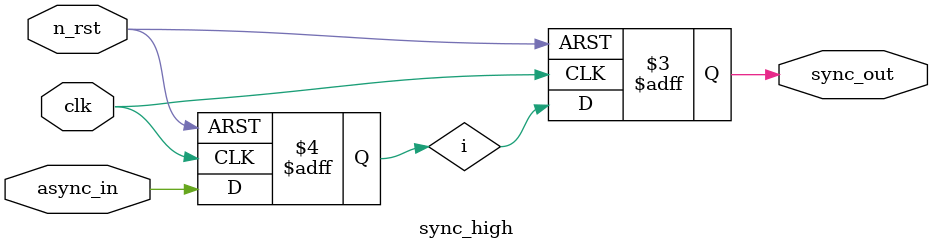
<source format=sv>
module sync_high
(
	input wire clk,
	input wire n_rst,
	input reg async_in,
	output reg sync_out
);
reg i;
always_ff @ (negedge n_rst, posedge clk)
begin: REG_LOGIC
	if(1'b0 == n_rst) begin
		sync_out <= 1'b1;
		i <= 1'b1;
	end
	else begin
	i <= async_in;
	sync_out <= i;
	end
end	
endmodule
</source>
